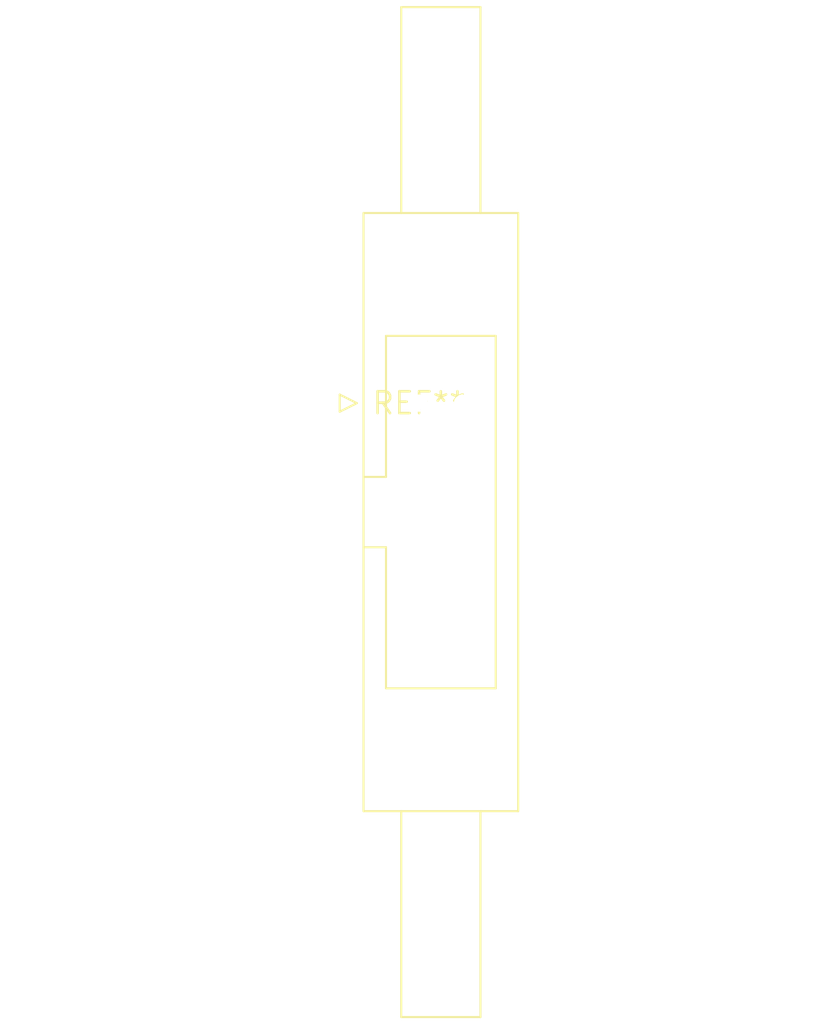
<source format=kicad_pcb>
(kicad_pcb (version 20240108) (generator pcbnew)
  (layers (0 "F.Cu" signal) (31 "B.Cu" signal) (34 "B.Paste" user) (35 "F.Paste" user) (36 "B.SilkS" user "B.Silkscreen") (37 "F.SilkS" user "F.Silkscreen") (38 "B.Mask" user) (39 "F.Mask" user) (44 "Edge.Cuts" user))
  (net 0 "")
  (footprint "IDC-Header_2x06_P2.54mm_Latch12.0mm_Vertical" (layer "F.Cu") (at 0 0)
    (property "Reference" "REF**")
    (property "Value" "IDC-Header_2x06_P2.54mm_Latch12.0mm_Vertical")
    (fp_line (start -4.63 -0.5) (end -4.63 0.5) (layer "F.SilkS") (stroke (width 0.12)))
    (fp_line (start -4.63 0.5) (end -3.63 0) (layer "F.SilkS") (stroke (width 0.12)))
    (fp_line (start -3.63 0) (end -4.63 -0.5) (layer "F.SilkS") (stroke (width 0.12)))
    (fp_line (start -3.24 -11.08) (end 5.78 -11.08) (layer "F.SilkS") (stroke (width 0.12)))
    (fp_line (start -3.24 4.3) (end -1.93 4.3) (layer "F.SilkS") (stroke (width 0.12)))
    (fp_line (start -3.24 23.78) (end -3.24 -11.08) (layer "F.SilkS") (stroke (width 0.12)))
    (fp_line (start -1.93 -3.92) (end 4.47 -3.92) (layer "F.SilkS") (stroke (width 0.12)))
    (fp_line (start -1.93 4.3) (end -1.93 -3.92) (layer "F.SilkS") (stroke (width 0.12)))
    (fp_line (start -1.93 8.4) (end -3.24 8.4) (layer "F.SilkS") (stroke (width 0.12)))
    (fp_line (start -1.93 8.4) (end -1.93 8.4) (layer "F.SilkS") (stroke (width 0.12)))
    (fp_line (start -1.93 16.62) (end -1.93 8.4) (layer "F.SilkS") (stroke (width 0.12)))
    (fp_line (start -1.04 -23.08) (end 3.58 -23.08) (layer "F.SilkS") (stroke (width 0.12)))
    (fp_line (start -1.04 -11.08) (end -1.04 -23.08) (layer "F.SilkS") (stroke (width 0.12)))
    (fp_line (start -1.04 23.78) (end -1.04 35.78) (layer "F.SilkS") (stroke (width 0.12)))
    (fp_line (start -1.04 35.78) (end 3.58 35.78) (layer "F.SilkS") (stroke (width 0.12)))
    (fp_line (start 3.58 -23.08) (end 3.58 -11.08) (layer "F.SilkS") (stroke (width 0.12)))
    (fp_line (start 3.58 35.78) (end 3.58 23.78) (layer "F.SilkS") (stroke (width 0.12)))
    (fp_line (start 4.47 -3.92) (end 4.47 16.62) (layer "F.SilkS") (stroke (width 0.12)))
    (fp_line (start 4.47 16.62) (end -1.93 16.62) (layer "F.SilkS") (stroke (width 0.12)))
    (fp_line (start 5.78 -11.08) (end 5.78 23.78) (layer "F.SilkS") (stroke (width 0.12)))
    (fp_line (start 5.78 23.78) (end -3.24 23.78) (layer "F.SilkS") (stroke (width 0.12)))
    (pad "1" thru_hole roundrect (at 0 0) (size 1.7 1.7) (drill 1) (layers *.Cu *.Mask) (remove_unused_layers) (roundrect_rratio 0.147059))
    (pad "2" thru_hole circle (at 2.54 0) (size 1.7 1.7) (drill 1) (layers *.Cu *.Mask) (remove_unused_layers))
    (pad "3" thru_hole circle (at 0 2.54) (size 1.7 1.7) (drill 1) (layers *.Cu *.Mask) (remove_unused_layers))
    (pad "4" thru_hole circle (at 2.54 2.54) (size 1.7 1.7) (drill 1) (layers *.Cu *.Mask) (remove_unused_layers))
    (pad "5" thru_hole circle (at 0 5.08) (size 1.7 1.7) (drill 1) (layers *.Cu *.Mask) (remove_unused_layers))
    (pad "6" thru_hole circle (at 2.54 5.08) (size 1.7 1.7) (drill 1) (layers *.Cu *.Mask) (remove_unused_layers))
    (pad "7" thru_hole circle (at 0 7.62) (size 1.7 1.7) (drill 1) (layers *.Cu *.Mask) (remove_unused_layers))
    (pad "8" thru_hole circle (at 2.54 7.62) (size 1.7 1.7) (drill 1) (layers *.Cu *.Mask) (remove_unused_layers))
    (pad "9" thru_hole circle (at 0 10.16) (size 1.7 1.7) (drill 1) (layers *.Cu *.Mask) (remove_unused_layers))
    (pad "10" thru_hole circle (at 2.54 10.16) (size 1.7 1.7) (drill 1) (layers *.Cu *.Mask) (remove_unused_layers))
    (pad "11" thru_hole circle (at 0 12.7) (size 1.7 1.7) (drill 1) (layers *.Cu *.Mask) (remove_unused_layers))
    (pad "12" thru_hole circle (at 2.54 12.7) (size 1.7 1.7) (drill 1) (layers *.Cu *.Mask) (remove_unused_layers))
  )
)
</source>
